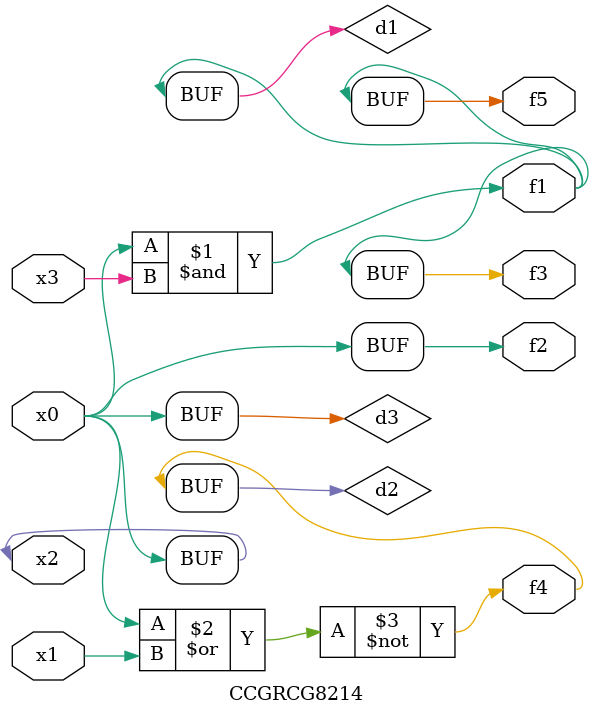
<source format=v>
module CCGRCG8214(
	input x0, x1, x2, x3,
	output f1, f2, f3, f4, f5
);

	wire d1, d2, d3;

	and (d1, x2, x3);
	nor (d2, x0, x1);
	buf (d3, x0, x2);
	assign f1 = d1;
	assign f2 = d3;
	assign f3 = d1;
	assign f4 = d2;
	assign f5 = d1;
endmodule

</source>
